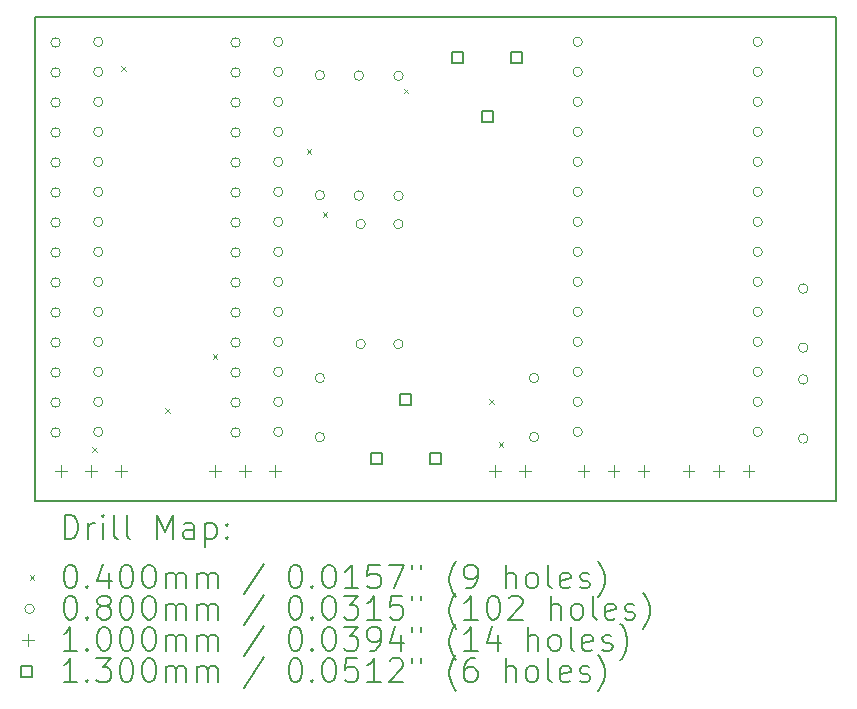
<source format=gbr>
%FSLAX45Y45*%
G04 Gerber Fmt 4.5, Leading zero omitted, Abs format (unit mm)*
G04 Created by KiCad (PCBNEW (6.0.5)) date 2023-10-24 22:30:12*
%MOMM*%
%LPD*%
G01*
G04 APERTURE LIST*
%TA.AperFunction,Profile*%
%ADD10C,0.150000*%
%TD*%
%ADD11C,0.200000*%
%ADD12C,0.040000*%
%ADD13C,0.080000*%
%ADD14C,0.100000*%
%ADD15C,0.130000*%
G04 APERTURE END LIST*
D10*
X10495280Y-8816340D02*
X17272000Y-8816340D01*
X17272000Y-8816340D02*
X17272000Y-12913360D01*
X17272000Y-12913360D02*
X10495280Y-12913360D01*
X10495280Y-12913360D02*
X10495280Y-8816340D01*
D11*
D12*
X10975640Y-12454650D02*
X11015640Y-12494650D01*
X11015640Y-12454650D02*
X10975640Y-12494650D01*
X11220510Y-9227400D02*
X11260510Y-9267400D01*
X11260510Y-9227400D02*
X11220510Y-9267400D01*
X11596360Y-12122830D02*
X11636360Y-12162830D01*
X11636360Y-12122830D02*
X11596360Y-12162830D01*
X11996940Y-11670580D02*
X12036940Y-11710580D01*
X12036940Y-11670580D02*
X11996940Y-11710580D01*
X12794570Y-9929870D02*
X12834570Y-9969870D01*
X12834570Y-9929870D02*
X12794570Y-9969870D01*
X12930350Y-10466660D02*
X12970350Y-10506660D01*
X12970350Y-10466660D02*
X12930350Y-10506660D01*
X13616110Y-9420360D02*
X13656110Y-9460360D01*
X13656110Y-9420360D02*
X13616110Y-9460360D01*
X14340700Y-12051580D02*
X14380700Y-12091580D01*
X14380700Y-12051580D02*
X14340700Y-12091580D01*
X14418400Y-12415850D02*
X14458400Y-12455850D01*
X14458400Y-12415850D02*
X14418400Y-12455850D01*
D13*
X10708000Y-9029700D02*
G75*
G03*
X10708000Y-9029700I-40000J0D01*
G01*
X10708000Y-9283700D02*
G75*
G03*
X10708000Y-9283700I-40000J0D01*
G01*
X10708000Y-9537700D02*
G75*
G03*
X10708000Y-9537700I-40000J0D01*
G01*
X10708000Y-9791700D02*
G75*
G03*
X10708000Y-9791700I-40000J0D01*
G01*
X10708000Y-10045700D02*
G75*
G03*
X10708000Y-10045700I-40000J0D01*
G01*
X10708000Y-10299700D02*
G75*
G03*
X10708000Y-10299700I-40000J0D01*
G01*
X10708000Y-10553700D02*
G75*
G03*
X10708000Y-10553700I-40000J0D01*
G01*
X10708000Y-10807700D02*
G75*
G03*
X10708000Y-10807700I-40000J0D01*
G01*
X10708000Y-11061700D02*
G75*
G03*
X10708000Y-11061700I-40000J0D01*
G01*
X10708000Y-11315700D02*
G75*
G03*
X10708000Y-11315700I-40000J0D01*
G01*
X10708000Y-11569700D02*
G75*
G03*
X10708000Y-11569700I-40000J0D01*
G01*
X10708000Y-11823700D02*
G75*
G03*
X10708000Y-11823700I-40000J0D01*
G01*
X10708000Y-12077700D02*
G75*
G03*
X10708000Y-12077700I-40000J0D01*
G01*
X10708000Y-12331700D02*
G75*
G03*
X10708000Y-12331700I-40000J0D01*
G01*
X11069180Y-9023580D02*
G75*
G03*
X11069180Y-9023580I-40000J0D01*
G01*
X11069180Y-9277580D02*
G75*
G03*
X11069180Y-9277580I-40000J0D01*
G01*
X11069180Y-9531580D02*
G75*
G03*
X11069180Y-9531580I-40000J0D01*
G01*
X11069180Y-9785580D02*
G75*
G03*
X11069180Y-9785580I-40000J0D01*
G01*
X11069180Y-10039580D02*
G75*
G03*
X11069180Y-10039580I-40000J0D01*
G01*
X11069180Y-10293580D02*
G75*
G03*
X11069180Y-10293580I-40000J0D01*
G01*
X11069180Y-10547580D02*
G75*
G03*
X11069180Y-10547580I-40000J0D01*
G01*
X11069180Y-10801580D02*
G75*
G03*
X11069180Y-10801580I-40000J0D01*
G01*
X11069180Y-11055580D02*
G75*
G03*
X11069180Y-11055580I-40000J0D01*
G01*
X11069180Y-11309580D02*
G75*
G03*
X11069180Y-11309580I-40000J0D01*
G01*
X11069180Y-11563580D02*
G75*
G03*
X11069180Y-11563580I-40000J0D01*
G01*
X11069180Y-11817580D02*
G75*
G03*
X11069180Y-11817580I-40000J0D01*
G01*
X11069180Y-12071580D02*
G75*
G03*
X11069180Y-12071580I-40000J0D01*
G01*
X11069180Y-12325580D02*
G75*
G03*
X11069180Y-12325580I-40000J0D01*
G01*
X12232000Y-9029700D02*
G75*
G03*
X12232000Y-9029700I-40000J0D01*
G01*
X12232000Y-9283700D02*
G75*
G03*
X12232000Y-9283700I-40000J0D01*
G01*
X12232000Y-9537700D02*
G75*
G03*
X12232000Y-9537700I-40000J0D01*
G01*
X12232000Y-9791700D02*
G75*
G03*
X12232000Y-9791700I-40000J0D01*
G01*
X12232000Y-10045700D02*
G75*
G03*
X12232000Y-10045700I-40000J0D01*
G01*
X12232000Y-10299700D02*
G75*
G03*
X12232000Y-10299700I-40000J0D01*
G01*
X12232000Y-10553700D02*
G75*
G03*
X12232000Y-10553700I-40000J0D01*
G01*
X12232000Y-10807700D02*
G75*
G03*
X12232000Y-10807700I-40000J0D01*
G01*
X12232000Y-11061700D02*
G75*
G03*
X12232000Y-11061700I-40000J0D01*
G01*
X12232000Y-11315700D02*
G75*
G03*
X12232000Y-11315700I-40000J0D01*
G01*
X12232000Y-11569700D02*
G75*
G03*
X12232000Y-11569700I-40000J0D01*
G01*
X12232000Y-11823700D02*
G75*
G03*
X12232000Y-11823700I-40000J0D01*
G01*
X12232000Y-12077700D02*
G75*
G03*
X12232000Y-12077700I-40000J0D01*
G01*
X12232000Y-12331700D02*
G75*
G03*
X12232000Y-12331700I-40000J0D01*
G01*
X12593180Y-9023580D02*
G75*
G03*
X12593180Y-9023580I-40000J0D01*
G01*
X12593180Y-9277580D02*
G75*
G03*
X12593180Y-9277580I-40000J0D01*
G01*
X12593180Y-9531580D02*
G75*
G03*
X12593180Y-9531580I-40000J0D01*
G01*
X12593180Y-9785580D02*
G75*
G03*
X12593180Y-9785580I-40000J0D01*
G01*
X12593180Y-10039580D02*
G75*
G03*
X12593180Y-10039580I-40000J0D01*
G01*
X12593180Y-10293580D02*
G75*
G03*
X12593180Y-10293580I-40000J0D01*
G01*
X12593180Y-10547580D02*
G75*
G03*
X12593180Y-10547580I-40000J0D01*
G01*
X12593180Y-10801580D02*
G75*
G03*
X12593180Y-10801580I-40000J0D01*
G01*
X12593180Y-11055580D02*
G75*
G03*
X12593180Y-11055580I-40000J0D01*
G01*
X12593180Y-11309580D02*
G75*
G03*
X12593180Y-11309580I-40000J0D01*
G01*
X12593180Y-11563580D02*
G75*
G03*
X12593180Y-11563580I-40000J0D01*
G01*
X12593180Y-11817580D02*
G75*
G03*
X12593180Y-11817580I-40000J0D01*
G01*
X12593180Y-12071580D02*
G75*
G03*
X12593180Y-12071580I-40000J0D01*
G01*
X12593180Y-12325580D02*
G75*
G03*
X12593180Y-12325580I-40000J0D01*
G01*
X12945740Y-9306560D02*
G75*
G03*
X12945740Y-9306560I-40000J0D01*
G01*
X12945740Y-10322560D02*
G75*
G03*
X12945740Y-10322560I-40000J0D01*
G01*
X12945740Y-11870880D02*
G75*
G03*
X12945740Y-11870880I-40000J0D01*
G01*
X12945740Y-12370880D02*
G75*
G03*
X12945740Y-12370880I-40000J0D01*
G01*
X13275940Y-9309100D02*
G75*
G03*
X13275940Y-9309100I-40000J0D01*
G01*
X13275940Y-10325100D02*
G75*
G03*
X13275940Y-10325100I-40000J0D01*
G01*
X13291180Y-10566400D02*
G75*
G03*
X13291180Y-10566400I-40000J0D01*
G01*
X13291180Y-11582400D02*
G75*
G03*
X13291180Y-11582400I-40000J0D01*
G01*
X13611220Y-9311100D02*
G75*
G03*
X13611220Y-9311100I-40000J0D01*
G01*
X13611220Y-10327100D02*
G75*
G03*
X13611220Y-10327100I-40000J0D01*
G01*
X13611220Y-10566400D02*
G75*
G03*
X13611220Y-10566400I-40000J0D01*
G01*
X13611220Y-11582400D02*
G75*
G03*
X13611220Y-11582400I-40000J0D01*
G01*
X14759300Y-11870880D02*
G75*
G03*
X14759300Y-11870880I-40000J0D01*
G01*
X14759300Y-12370880D02*
G75*
G03*
X14759300Y-12370880I-40000J0D01*
G01*
X15128100Y-9023580D02*
G75*
G03*
X15128100Y-9023580I-40000J0D01*
G01*
X15128100Y-9277580D02*
G75*
G03*
X15128100Y-9277580I-40000J0D01*
G01*
X15128100Y-9531580D02*
G75*
G03*
X15128100Y-9531580I-40000J0D01*
G01*
X15128100Y-9785580D02*
G75*
G03*
X15128100Y-9785580I-40000J0D01*
G01*
X15128100Y-10039580D02*
G75*
G03*
X15128100Y-10039580I-40000J0D01*
G01*
X15128100Y-10293580D02*
G75*
G03*
X15128100Y-10293580I-40000J0D01*
G01*
X15128100Y-10547580D02*
G75*
G03*
X15128100Y-10547580I-40000J0D01*
G01*
X15128100Y-10801580D02*
G75*
G03*
X15128100Y-10801580I-40000J0D01*
G01*
X15128100Y-11055580D02*
G75*
G03*
X15128100Y-11055580I-40000J0D01*
G01*
X15128100Y-11309580D02*
G75*
G03*
X15128100Y-11309580I-40000J0D01*
G01*
X15128100Y-11563580D02*
G75*
G03*
X15128100Y-11563580I-40000J0D01*
G01*
X15128100Y-11817580D02*
G75*
G03*
X15128100Y-11817580I-40000J0D01*
G01*
X15128100Y-12071580D02*
G75*
G03*
X15128100Y-12071580I-40000J0D01*
G01*
X15128100Y-12325580D02*
G75*
G03*
X15128100Y-12325580I-40000J0D01*
G01*
X16652100Y-9023580D02*
G75*
G03*
X16652100Y-9023580I-40000J0D01*
G01*
X16652100Y-9277580D02*
G75*
G03*
X16652100Y-9277580I-40000J0D01*
G01*
X16652100Y-9531580D02*
G75*
G03*
X16652100Y-9531580I-40000J0D01*
G01*
X16652100Y-9785580D02*
G75*
G03*
X16652100Y-9785580I-40000J0D01*
G01*
X16652100Y-10039580D02*
G75*
G03*
X16652100Y-10039580I-40000J0D01*
G01*
X16652100Y-10293580D02*
G75*
G03*
X16652100Y-10293580I-40000J0D01*
G01*
X16652100Y-10547580D02*
G75*
G03*
X16652100Y-10547580I-40000J0D01*
G01*
X16652100Y-10801580D02*
G75*
G03*
X16652100Y-10801580I-40000J0D01*
G01*
X16652100Y-11055580D02*
G75*
G03*
X16652100Y-11055580I-40000J0D01*
G01*
X16652100Y-11309580D02*
G75*
G03*
X16652100Y-11309580I-40000J0D01*
G01*
X16652100Y-11563580D02*
G75*
G03*
X16652100Y-11563580I-40000J0D01*
G01*
X16652100Y-11817580D02*
G75*
G03*
X16652100Y-11817580I-40000J0D01*
G01*
X16652100Y-12071580D02*
G75*
G03*
X16652100Y-12071580I-40000J0D01*
G01*
X16652100Y-12325580D02*
G75*
G03*
X16652100Y-12325580I-40000J0D01*
G01*
X17037680Y-11112880D02*
G75*
G03*
X17037680Y-11112880I-40000J0D01*
G01*
X17037680Y-11612880D02*
G75*
G03*
X17037680Y-11612880I-40000J0D01*
G01*
X17037680Y-11882500D02*
G75*
G03*
X17037680Y-11882500I-40000J0D01*
G01*
X17037680Y-12382500D02*
G75*
G03*
X17037680Y-12382500I-40000J0D01*
G01*
D14*
X10711180Y-12609360D02*
X10711180Y-12709360D01*
X10661180Y-12659360D02*
X10761180Y-12659360D01*
X10965180Y-12609360D02*
X10965180Y-12709360D01*
X10915180Y-12659360D02*
X11015180Y-12659360D01*
X11219180Y-12609360D02*
X11219180Y-12709360D01*
X11169180Y-12659360D02*
X11269180Y-12659360D01*
X12019280Y-12609360D02*
X12019280Y-12709360D01*
X11969280Y-12659360D02*
X12069280Y-12659360D01*
X12273280Y-12609360D02*
X12273280Y-12709360D01*
X12223280Y-12659360D02*
X12323280Y-12659360D01*
X12527280Y-12609360D02*
X12527280Y-12709360D01*
X12477280Y-12659360D02*
X12577280Y-12659360D01*
X14391140Y-12609360D02*
X14391140Y-12709360D01*
X14341140Y-12659360D02*
X14441140Y-12659360D01*
X14645140Y-12609360D02*
X14645140Y-12709360D01*
X14595140Y-12659360D02*
X14695140Y-12659360D01*
X15138400Y-12609360D02*
X15138400Y-12709360D01*
X15088400Y-12659360D02*
X15188400Y-12659360D01*
X15392400Y-12609360D02*
X15392400Y-12709360D01*
X15342400Y-12659360D02*
X15442400Y-12659360D01*
X15646400Y-12609360D02*
X15646400Y-12709360D01*
X15596400Y-12659360D02*
X15696400Y-12659360D01*
X16027400Y-12609360D02*
X16027400Y-12709360D01*
X15977400Y-12659360D02*
X16077400Y-12659360D01*
X16281400Y-12609360D02*
X16281400Y-12709360D01*
X16231400Y-12659360D02*
X16331400Y-12659360D01*
X16535400Y-12609360D02*
X16535400Y-12709360D01*
X16485400Y-12659360D02*
X16585400Y-12659360D01*
D15*
X13428182Y-12595322D02*
X13428182Y-12503398D01*
X13336258Y-12503398D01*
X13336258Y-12595322D01*
X13428182Y-12595322D01*
X13678182Y-12095322D02*
X13678182Y-12003398D01*
X13586258Y-12003398D01*
X13586258Y-12095322D01*
X13678182Y-12095322D01*
X13928182Y-12595322D02*
X13928182Y-12503398D01*
X13836258Y-12503398D01*
X13836258Y-12595322D01*
X13928182Y-12595322D01*
X14120102Y-9202662D02*
X14120102Y-9110738D01*
X14028178Y-9110738D01*
X14028178Y-9202662D01*
X14120102Y-9202662D01*
X14370102Y-9702662D02*
X14370102Y-9610738D01*
X14278178Y-9610738D01*
X14278178Y-9702662D01*
X14370102Y-9702662D01*
X14620102Y-9202662D02*
X14620102Y-9110738D01*
X14528178Y-9110738D01*
X14528178Y-9202662D01*
X14620102Y-9202662D01*
D11*
X10745399Y-13231336D02*
X10745399Y-13031336D01*
X10793018Y-13031336D01*
X10821590Y-13040860D01*
X10840637Y-13059908D01*
X10850161Y-13078955D01*
X10859685Y-13117050D01*
X10859685Y-13145622D01*
X10850161Y-13183717D01*
X10840637Y-13202765D01*
X10821590Y-13221812D01*
X10793018Y-13231336D01*
X10745399Y-13231336D01*
X10945399Y-13231336D02*
X10945399Y-13098003D01*
X10945399Y-13136098D02*
X10954923Y-13117050D01*
X10964447Y-13107527D01*
X10983494Y-13098003D01*
X11002542Y-13098003D01*
X11069209Y-13231336D02*
X11069209Y-13098003D01*
X11069209Y-13031336D02*
X11059685Y-13040860D01*
X11069209Y-13050384D01*
X11078732Y-13040860D01*
X11069209Y-13031336D01*
X11069209Y-13050384D01*
X11193018Y-13231336D02*
X11173970Y-13221812D01*
X11164447Y-13202765D01*
X11164447Y-13031336D01*
X11297780Y-13231336D02*
X11278732Y-13221812D01*
X11269208Y-13202765D01*
X11269208Y-13031336D01*
X11526351Y-13231336D02*
X11526351Y-13031336D01*
X11593018Y-13174193D01*
X11659685Y-13031336D01*
X11659685Y-13231336D01*
X11840637Y-13231336D02*
X11840637Y-13126574D01*
X11831113Y-13107527D01*
X11812066Y-13098003D01*
X11773970Y-13098003D01*
X11754923Y-13107527D01*
X11840637Y-13221812D02*
X11821589Y-13231336D01*
X11773970Y-13231336D01*
X11754923Y-13221812D01*
X11745399Y-13202765D01*
X11745399Y-13183717D01*
X11754923Y-13164669D01*
X11773970Y-13155146D01*
X11821589Y-13155146D01*
X11840637Y-13145622D01*
X11935875Y-13098003D02*
X11935875Y-13298003D01*
X11935875Y-13107527D02*
X11954923Y-13098003D01*
X11993018Y-13098003D01*
X12012066Y-13107527D01*
X12021589Y-13117050D01*
X12031113Y-13136098D01*
X12031113Y-13193241D01*
X12021589Y-13212288D01*
X12012066Y-13221812D01*
X11993018Y-13231336D01*
X11954923Y-13231336D01*
X11935875Y-13221812D01*
X12116828Y-13212288D02*
X12126351Y-13221812D01*
X12116828Y-13231336D01*
X12107304Y-13221812D01*
X12116828Y-13212288D01*
X12116828Y-13231336D01*
X12116828Y-13107527D02*
X12126351Y-13117050D01*
X12116828Y-13126574D01*
X12107304Y-13117050D01*
X12116828Y-13107527D01*
X12116828Y-13126574D01*
D12*
X10447780Y-13540860D02*
X10487780Y-13580860D01*
X10487780Y-13540860D02*
X10447780Y-13580860D01*
D11*
X10783494Y-13451336D02*
X10802542Y-13451336D01*
X10821590Y-13460860D01*
X10831113Y-13470384D01*
X10840637Y-13489431D01*
X10850161Y-13527527D01*
X10850161Y-13575146D01*
X10840637Y-13613241D01*
X10831113Y-13632288D01*
X10821590Y-13641812D01*
X10802542Y-13651336D01*
X10783494Y-13651336D01*
X10764447Y-13641812D01*
X10754923Y-13632288D01*
X10745399Y-13613241D01*
X10735875Y-13575146D01*
X10735875Y-13527527D01*
X10745399Y-13489431D01*
X10754923Y-13470384D01*
X10764447Y-13460860D01*
X10783494Y-13451336D01*
X10935875Y-13632288D02*
X10945399Y-13641812D01*
X10935875Y-13651336D01*
X10926351Y-13641812D01*
X10935875Y-13632288D01*
X10935875Y-13651336D01*
X11116828Y-13518003D02*
X11116828Y-13651336D01*
X11069209Y-13441812D02*
X11021590Y-13584669D01*
X11145399Y-13584669D01*
X11259685Y-13451336D02*
X11278732Y-13451336D01*
X11297780Y-13460860D01*
X11307304Y-13470384D01*
X11316828Y-13489431D01*
X11326351Y-13527527D01*
X11326351Y-13575146D01*
X11316828Y-13613241D01*
X11307304Y-13632288D01*
X11297780Y-13641812D01*
X11278732Y-13651336D01*
X11259685Y-13651336D01*
X11240637Y-13641812D01*
X11231113Y-13632288D01*
X11221589Y-13613241D01*
X11212066Y-13575146D01*
X11212066Y-13527527D01*
X11221589Y-13489431D01*
X11231113Y-13470384D01*
X11240637Y-13460860D01*
X11259685Y-13451336D01*
X11450161Y-13451336D02*
X11469208Y-13451336D01*
X11488256Y-13460860D01*
X11497780Y-13470384D01*
X11507304Y-13489431D01*
X11516828Y-13527527D01*
X11516828Y-13575146D01*
X11507304Y-13613241D01*
X11497780Y-13632288D01*
X11488256Y-13641812D01*
X11469208Y-13651336D01*
X11450161Y-13651336D01*
X11431113Y-13641812D01*
X11421589Y-13632288D01*
X11412066Y-13613241D01*
X11402542Y-13575146D01*
X11402542Y-13527527D01*
X11412066Y-13489431D01*
X11421589Y-13470384D01*
X11431113Y-13460860D01*
X11450161Y-13451336D01*
X11602542Y-13651336D02*
X11602542Y-13518003D01*
X11602542Y-13537050D02*
X11612066Y-13527527D01*
X11631113Y-13518003D01*
X11659685Y-13518003D01*
X11678732Y-13527527D01*
X11688256Y-13546574D01*
X11688256Y-13651336D01*
X11688256Y-13546574D02*
X11697780Y-13527527D01*
X11716828Y-13518003D01*
X11745399Y-13518003D01*
X11764447Y-13527527D01*
X11773970Y-13546574D01*
X11773970Y-13651336D01*
X11869208Y-13651336D02*
X11869208Y-13518003D01*
X11869208Y-13537050D02*
X11878732Y-13527527D01*
X11897780Y-13518003D01*
X11926351Y-13518003D01*
X11945399Y-13527527D01*
X11954923Y-13546574D01*
X11954923Y-13651336D01*
X11954923Y-13546574D02*
X11964447Y-13527527D01*
X11983494Y-13518003D01*
X12012066Y-13518003D01*
X12031113Y-13527527D01*
X12040637Y-13546574D01*
X12040637Y-13651336D01*
X12431113Y-13441812D02*
X12259685Y-13698955D01*
X12688256Y-13451336D02*
X12707304Y-13451336D01*
X12726351Y-13460860D01*
X12735875Y-13470384D01*
X12745399Y-13489431D01*
X12754923Y-13527527D01*
X12754923Y-13575146D01*
X12745399Y-13613241D01*
X12735875Y-13632288D01*
X12726351Y-13641812D01*
X12707304Y-13651336D01*
X12688256Y-13651336D01*
X12669208Y-13641812D01*
X12659685Y-13632288D01*
X12650161Y-13613241D01*
X12640637Y-13575146D01*
X12640637Y-13527527D01*
X12650161Y-13489431D01*
X12659685Y-13470384D01*
X12669208Y-13460860D01*
X12688256Y-13451336D01*
X12840637Y-13632288D02*
X12850161Y-13641812D01*
X12840637Y-13651336D01*
X12831113Y-13641812D01*
X12840637Y-13632288D01*
X12840637Y-13651336D01*
X12973970Y-13451336D02*
X12993018Y-13451336D01*
X13012066Y-13460860D01*
X13021589Y-13470384D01*
X13031113Y-13489431D01*
X13040637Y-13527527D01*
X13040637Y-13575146D01*
X13031113Y-13613241D01*
X13021589Y-13632288D01*
X13012066Y-13641812D01*
X12993018Y-13651336D01*
X12973970Y-13651336D01*
X12954923Y-13641812D01*
X12945399Y-13632288D01*
X12935875Y-13613241D01*
X12926351Y-13575146D01*
X12926351Y-13527527D01*
X12935875Y-13489431D01*
X12945399Y-13470384D01*
X12954923Y-13460860D01*
X12973970Y-13451336D01*
X13231113Y-13651336D02*
X13116828Y-13651336D01*
X13173970Y-13651336D02*
X13173970Y-13451336D01*
X13154923Y-13479908D01*
X13135875Y-13498955D01*
X13116828Y-13508479D01*
X13412066Y-13451336D02*
X13316828Y-13451336D01*
X13307304Y-13546574D01*
X13316828Y-13537050D01*
X13335875Y-13527527D01*
X13383494Y-13527527D01*
X13402542Y-13537050D01*
X13412066Y-13546574D01*
X13421589Y-13565622D01*
X13421589Y-13613241D01*
X13412066Y-13632288D01*
X13402542Y-13641812D01*
X13383494Y-13651336D01*
X13335875Y-13651336D01*
X13316828Y-13641812D01*
X13307304Y-13632288D01*
X13488256Y-13451336D02*
X13621589Y-13451336D01*
X13535875Y-13651336D01*
X13688256Y-13451336D02*
X13688256Y-13489431D01*
X13764447Y-13451336D02*
X13764447Y-13489431D01*
X14059685Y-13727527D02*
X14050161Y-13718003D01*
X14031113Y-13689431D01*
X14021589Y-13670384D01*
X14012066Y-13641812D01*
X14002542Y-13594193D01*
X14002542Y-13556098D01*
X14012066Y-13508479D01*
X14021589Y-13479908D01*
X14031113Y-13460860D01*
X14050161Y-13432288D01*
X14059685Y-13422765D01*
X14145399Y-13651336D02*
X14183494Y-13651336D01*
X14202542Y-13641812D01*
X14212066Y-13632288D01*
X14231113Y-13603717D01*
X14240637Y-13565622D01*
X14240637Y-13489431D01*
X14231113Y-13470384D01*
X14221589Y-13460860D01*
X14202542Y-13451336D01*
X14164447Y-13451336D01*
X14145399Y-13460860D01*
X14135875Y-13470384D01*
X14126351Y-13489431D01*
X14126351Y-13537050D01*
X14135875Y-13556098D01*
X14145399Y-13565622D01*
X14164447Y-13575146D01*
X14202542Y-13575146D01*
X14221589Y-13565622D01*
X14231113Y-13556098D01*
X14240637Y-13537050D01*
X14478732Y-13651336D02*
X14478732Y-13451336D01*
X14564447Y-13651336D02*
X14564447Y-13546574D01*
X14554923Y-13527527D01*
X14535875Y-13518003D01*
X14507304Y-13518003D01*
X14488256Y-13527527D01*
X14478732Y-13537050D01*
X14688256Y-13651336D02*
X14669208Y-13641812D01*
X14659685Y-13632288D01*
X14650161Y-13613241D01*
X14650161Y-13556098D01*
X14659685Y-13537050D01*
X14669208Y-13527527D01*
X14688256Y-13518003D01*
X14716828Y-13518003D01*
X14735875Y-13527527D01*
X14745399Y-13537050D01*
X14754923Y-13556098D01*
X14754923Y-13613241D01*
X14745399Y-13632288D01*
X14735875Y-13641812D01*
X14716828Y-13651336D01*
X14688256Y-13651336D01*
X14869208Y-13651336D02*
X14850161Y-13641812D01*
X14840637Y-13622765D01*
X14840637Y-13451336D01*
X15021589Y-13641812D02*
X15002542Y-13651336D01*
X14964447Y-13651336D01*
X14945399Y-13641812D01*
X14935875Y-13622765D01*
X14935875Y-13546574D01*
X14945399Y-13527527D01*
X14964447Y-13518003D01*
X15002542Y-13518003D01*
X15021589Y-13527527D01*
X15031113Y-13546574D01*
X15031113Y-13565622D01*
X14935875Y-13584669D01*
X15107304Y-13641812D02*
X15126351Y-13651336D01*
X15164447Y-13651336D01*
X15183494Y-13641812D01*
X15193018Y-13622765D01*
X15193018Y-13613241D01*
X15183494Y-13594193D01*
X15164447Y-13584669D01*
X15135875Y-13584669D01*
X15116828Y-13575146D01*
X15107304Y-13556098D01*
X15107304Y-13546574D01*
X15116828Y-13527527D01*
X15135875Y-13518003D01*
X15164447Y-13518003D01*
X15183494Y-13527527D01*
X15259685Y-13727527D02*
X15269208Y-13718003D01*
X15288256Y-13689431D01*
X15297780Y-13670384D01*
X15307304Y-13641812D01*
X15316828Y-13594193D01*
X15316828Y-13556098D01*
X15307304Y-13508479D01*
X15297780Y-13479908D01*
X15288256Y-13460860D01*
X15269208Y-13432288D01*
X15259685Y-13422765D01*
D13*
X10487780Y-13824860D02*
G75*
G03*
X10487780Y-13824860I-40000J0D01*
G01*
D11*
X10783494Y-13715336D02*
X10802542Y-13715336D01*
X10821590Y-13724860D01*
X10831113Y-13734384D01*
X10840637Y-13753431D01*
X10850161Y-13791527D01*
X10850161Y-13839146D01*
X10840637Y-13877241D01*
X10831113Y-13896288D01*
X10821590Y-13905812D01*
X10802542Y-13915336D01*
X10783494Y-13915336D01*
X10764447Y-13905812D01*
X10754923Y-13896288D01*
X10745399Y-13877241D01*
X10735875Y-13839146D01*
X10735875Y-13791527D01*
X10745399Y-13753431D01*
X10754923Y-13734384D01*
X10764447Y-13724860D01*
X10783494Y-13715336D01*
X10935875Y-13896288D02*
X10945399Y-13905812D01*
X10935875Y-13915336D01*
X10926351Y-13905812D01*
X10935875Y-13896288D01*
X10935875Y-13915336D01*
X11059685Y-13801050D02*
X11040637Y-13791527D01*
X11031113Y-13782003D01*
X11021590Y-13762955D01*
X11021590Y-13753431D01*
X11031113Y-13734384D01*
X11040637Y-13724860D01*
X11059685Y-13715336D01*
X11097780Y-13715336D01*
X11116828Y-13724860D01*
X11126351Y-13734384D01*
X11135875Y-13753431D01*
X11135875Y-13762955D01*
X11126351Y-13782003D01*
X11116828Y-13791527D01*
X11097780Y-13801050D01*
X11059685Y-13801050D01*
X11040637Y-13810574D01*
X11031113Y-13820098D01*
X11021590Y-13839146D01*
X11021590Y-13877241D01*
X11031113Y-13896288D01*
X11040637Y-13905812D01*
X11059685Y-13915336D01*
X11097780Y-13915336D01*
X11116828Y-13905812D01*
X11126351Y-13896288D01*
X11135875Y-13877241D01*
X11135875Y-13839146D01*
X11126351Y-13820098D01*
X11116828Y-13810574D01*
X11097780Y-13801050D01*
X11259685Y-13715336D02*
X11278732Y-13715336D01*
X11297780Y-13724860D01*
X11307304Y-13734384D01*
X11316828Y-13753431D01*
X11326351Y-13791527D01*
X11326351Y-13839146D01*
X11316828Y-13877241D01*
X11307304Y-13896288D01*
X11297780Y-13905812D01*
X11278732Y-13915336D01*
X11259685Y-13915336D01*
X11240637Y-13905812D01*
X11231113Y-13896288D01*
X11221589Y-13877241D01*
X11212066Y-13839146D01*
X11212066Y-13791527D01*
X11221589Y-13753431D01*
X11231113Y-13734384D01*
X11240637Y-13724860D01*
X11259685Y-13715336D01*
X11450161Y-13715336D02*
X11469208Y-13715336D01*
X11488256Y-13724860D01*
X11497780Y-13734384D01*
X11507304Y-13753431D01*
X11516828Y-13791527D01*
X11516828Y-13839146D01*
X11507304Y-13877241D01*
X11497780Y-13896288D01*
X11488256Y-13905812D01*
X11469208Y-13915336D01*
X11450161Y-13915336D01*
X11431113Y-13905812D01*
X11421589Y-13896288D01*
X11412066Y-13877241D01*
X11402542Y-13839146D01*
X11402542Y-13791527D01*
X11412066Y-13753431D01*
X11421589Y-13734384D01*
X11431113Y-13724860D01*
X11450161Y-13715336D01*
X11602542Y-13915336D02*
X11602542Y-13782003D01*
X11602542Y-13801050D02*
X11612066Y-13791527D01*
X11631113Y-13782003D01*
X11659685Y-13782003D01*
X11678732Y-13791527D01*
X11688256Y-13810574D01*
X11688256Y-13915336D01*
X11688256Y-13810574D02*
X11697780Y-13791527D01*
X11716828Y-13782003D01*
X11745399Y-13782003D01*
X11764447Y-13791527D01*
X11773970Y-13810574D01*
X11773970Y-13915336D01*
X11869208Y-13915336D02*
X11869208Y-13782003D01*
X11869208Y-13801050D02*
X11878732Y-13791527D01*
X11897780Y-13782003D01*
X11926351Y-13782003D01*
X11945399Y-13791527D01*
X11954923Y-13810574D01*
X11954923Y-13915336D01*
X11954923Y-13810574D02*
X11964447Y-13791527D01*
X11983494Y-13782003D01*
X12012066Y-13782003D01*
X12031113Y-13791527D01*
X12040637Y-13810574D01*
X12040637Y-13915336D01*
X12431113Y-13705812D02*
X12259685Y-13962955D01*
X12688256Y-13715336D02*
X12707304Y-13715336D01*
X12726351Y-13724860D01*
X12735875Y-13734384D01*
X12745399Y-13753431D01*
X12754923Y-13791527D01*
X12754923Y-13839146D01*
X12745399Y-13877241D01*
X12735875Y-13896288D01*
X12726351Y-13905812D01*
X12707304Y-13915336D01*
X12688256Y-13915336D01*
X12669208Y-13905812D01*
X12659685Y-13896288D01*
X12650161Y-13877241D01*
X12640637Y-13839146D01*
X12640637Y-13791527D01*
X12650161Y-13753431D01*
X12659685Y-13734384D01*
X12669208Y-13724860D01*
X12688256Y-13715336D01*
X12840637Y-13896288D02*
X12850161Y-13905812D01*
X12840637Y-13915336D01*
X12831113Y-13905812D01*
X12840637Y-13896288D01*
X12840637Y-13915336D01*
X12973970Y-13715336D02*
X12993018Y-13715336D01*
X13012066Y-13724860D01*
X13021589Y-13734384D01*
X13031113Y-13753431D01*
X13040637Y-13791527D01*
X13040637Y-13839146D01*
X13031113Y-13877241D01*
X13021589Y-13896288D01*
X13012066Y-13905812D01*
X12993018Y-13915336D01*
X12973970Y-13915336D01*
X12954923Y-13905812D01*
X12945399Y-13896288D01*
X12935875Y-13877241D01*
X12926351Y-13839146D01*
X12926351Y-13791527D01*
X12935875Y-13753431D01*
X12945399Y-13734384D01*
X12954923Y-13724860D01*
X12973970Y-13715336D01*
X13107304Y-13715336D02*
X13231113Y-13715336D01*
X13164447Y-13791527D01*
X13193018Y-13791527D01*
X13212066Y-13801050D01*
X13221589Y-13810574D01*
X13231113Y-13829622D01*
X13231113Y-13877241D01*
X13221589Y-13896288D01*
X13212066Y-13905812D01*
X13193018Y-13915336D01*
X13135875Y-13915336D01*
X13116828Y-13905812D01*
X13107304Y-13896288D01*
X13421589Y-13915336D02*
X13307304Y-13915336D01*
X13364447Y-13915336D02*
X13364447Y-13715336D01*
X13345399Y-13743908D01*
X13326351Y-13762955D01*
X13307304Y-13772479D01*
X13602542Y-13715336D02*
X13507304Y-13715336D01*
X13497780Y-13810574D01*
X13507304Y-13801050D01*
X13526351Y-13791527D01*
X13573970Y-13791527D01*
X13593018Y-13801050D01*
X13602542Y-13810574D01*
X13612066Y-13829622D01*
X13612066Y-13877241D01*
X13602542Y-13896288D01*
X13593018Y-13905812D01*
X13573970Y-13915336D01*
X13526351Y-13915336D01*
X13507304Y-13905812D01*
X13497780Y-13896288D01*
X13688256Y-13715336D02*
X13688256Y-13753431D01*
X13764447Y-13715336D02*
X13764447Y-13753431D01*
X14059685Y-13991527D02*
X14050161Y-13982003D01*
X14031113Y-13953431D01*
X14021589Y-13934384D01*
X14012066Y-13905812D01*
X14002542Y-13858193D01*
X14002542Y-13820098D01*
X14012066Y-13772479D01*
X14021589Y-13743908D01*
X14031113Y-13724860D01*
X14050161Y-13696288D01*
X14059685Y-13686765D01*
X14240637Y-13915336D02*
X14126351Y-13915336D01*
X14183494Y-13915336D02*
X14183494Y-13715336D01*
X14164447Y-13743908D01*
X14145399Y-13762955D01*
X14126351Y-13772479D01*
X14364447Y-13715336D02*
X14383494Y-13715336D01*
X14402542Y-13724860D01*
X14412066Y-13734384D01*
X14421589Y-13753431D01*
X14431113Y-13791527D01*
X14431113Y-13839146D01*
X14421589Y-13877241D01*
X14412066Y-13896288D01*
X14402542Y-13905812D01*
X14383494Y-13915336D01*
X14364447Y-13915336D01*
X14345399Y-13905812D01*
X14335875Y-13896288D01*
X14326351Y-13877241D01*
X14316828Y-13839146D01*
X14316828Y-13791527D01*
X14326351Y-13753431D01*
X14335875Y-13734384D01*
X14345399Y-13724860D01*
X14364447Y-13715336D01*
X14507304Y-13734384D02*
X14516828Y-13724860D01*
X14535875Y-13715336D01*
X14583494Y-13715336D01*
X14602542Y-13724860D01*
X14612066Y-13734384D01*
X14621589Y-13753431D01*
X14621589Y-13772479D01*
X14612066Y-13801050D01*
X14497780Y-13915336D01*
X14621589Y-13915336D01*
X14859685Y-13915336D02*
X14859685Y-13715336D01*
X14945399Y-13915336D02*
X14945399Y-13810574D01*
X14935875Y-13791527D01*
X14916828Y-13782003D01*
X14888256Y-13782003D01*
X14869208Y-13791527D01*
X14859685Y-13801050D01*
X15069208Y-13915336D02*
X15050161Y-13905812D01*
X15040637Y-13896288D01*
X15031113Y-13877241D01*
X15031113Y-13820098D01*
X15040637Y-13801050D01*
X15050161Y-13791527D01*
X15069208Y-13782003D01*
X15097780Y-13782003D01*
X15116828Y-13791527D01*
X15126351Y-13801050D01*
X15135875Y-13820098D01*
X15135875Y-13877241D01*
X15126351Y-13896288D01*
X15116828Y-13905812D01*
X15097780Y-13915336D01*
X15069208Y-13915336D01*
X15250161Y-13915336D02*
X15231113Y-13905812D01*
X15221589Y-13886765D01*
X15221589Y-13715336D01*
X15402542Y-13905812D02*
X15383494Y-13915336D01*
X15345399Y-13915336D01*
X15326351Y-13905812D01*
X15316828Y-13886765D01*
X15316828Y-13810574D01*
X15326351Y-13791527D01*
X15345399Y-13782003D01*
X15383494Y-13782003D01*
X15402542Y-13791527D01*
X15412066Y-13810574D01*
X15412066Y-13829622D01*
X15316828Y-13848669D01*
X15488256Y-13905812D02*
X15507304Y-13915336D01*
X15545399Y-13915336D01*
X15564447Y-13905812D01*
X15573970Y-13886765D01*
X15573970Y-13877241D01*
X15564447Y-13858193D01*
X15545399Y-13848669D01*
X15516828Y-13848669D01*
X15497780Y-13839146D01*
X15488256Y-13820098D01*
X15488256Y-13810574D01*
X15497780Y-13791527D01*
X15516828Y-13782003D01*
X15545399Y-13782003D01*
X15564447Y-13791527D01*
X15640637Y-13991527D02*
X15650161Y-13982003D01*
X15669208Y-13953431D01*
X15678732Y-13934384D01*
X15688256Y-13905812D01*
X15697780Y-13858193D01*
X15697780Y-13820098D01*
X15688256Y-13772479D01*
X15678732Y-13743908D01*
X15669208Y-13724860D01*
X15650161Y-13696288D01*
X15640637Y-13686765D01*
D14*
X10437780Y-14038860D02*
X10437780Y-14138860D01*
X10387780Y-14088860D02*
X10487780Y-14088860D01*
D11*
X10850161Y-14179336D02*
X10735875Y-14179336D01*
X10793018Y-14179336D02*
X10793018Y-13979336D01*
X10773970Y-14007908D01*
X10754923Y-14026955D01*
X10735875Y-14036479D01*
X10935875Y-14160288D02*
X10945399Y-14169812D01*
X10935875Y-14179336D01*
X10926351Y-14169812D01*
X10935875Y-14160288D01*
X10935875Y-14179336D01*
X11069209Y-13979336D02*
X11088256Y-13979336D01*
X11107304Y-13988860D01*
X11116828Y-13998384D01*
X11126351Y-14017431D01*
X11135875Y-14055527D01*
X11135875Y-14103146D01*
X11126351Y-14141241D01*
X11116828Y-14160288D01*
X11107304Y-14169812D01*
X11088256Y-14179336D01*
X11069209Y-14179336D01*
X11050161Y-14169812D01*
X11040637Y-14160288D01*
X11031113Y-14141241D01*
X11021590Y-14103146D01*
X11021590Y-14055527D01*
X11031113Y-14017431D01*
X11040637Y-13998384D01*
X11050161Y-13988860D01*
X11069209Y-13979336D01*
X11259685Y-13979336D02*
X11278732Y-13979336D01*
X11297780Y-13988860D01*
X11307304Y-13998384D01*
X11316828Y-14017431D01*
X11326351Y-14055527D01*
X11326351Y-14103146D01*
X11316828Y-14141241D01*
X11307304Y-14160288D01*
X11297780Y-14169812D01*
X11278732Y-14179336D01*
X11259685Y-14179336D01*
X11240637Y-14169812D01*
X11231113Y-14160288D01*
X11221589Y-14141241D01*
X11212066Y-14103146D01*
X11212066Y-14055527D01*
X11221589Y-14017431D01*
X11231113Y-13998384D01*
X11240637Y-13988860D01*
X11259685Y-13979336D01*
X11450161Y-13979336D02*
X11469208Y-13979336D01*
X11488256Y-13988860D01*
X11497780Y-13998384D01*
X11507304Y-14017431D01*
X11516828Y-14055527D01*
X11516828Y-14103146D01*
X11507304Y-14141241D01*
X11497780Y-14160288D01*
X11488256Y-14169812D01*
X11469208Y-14179336D01*
X11450161Y-14179336D01*
X11431113Y-14169812D01*
X11421589Y-14160288D01*
X11412066Y-14141241D01*
X11402542Y-14103146D01*
X11402542Y-14055527D01*
X11412066Y-14017431D01*
X11421589Y-13998384D01*
X11431113Y-13988860D01*
X11450161Y-13979336D01*
X11602542Y-14179336D02*
X11602542Y-14046003D01*
X11602542Y-14065050D02*
X11612066Y-14055527D01*
X11631113Y-14046003D01*
X11659685Y-14046003D01*
X11678732Y-14055527D01*
X11688256Y-14074574D01*
X11688256Y-14179336D01*
X11688256Y-14074574D02*
X11697780Y-14055527D01*
X11716828Y-14046003D01*
X11745399Y-14046003D01*
X11764447Y-14055527D01*
X11773970Y-14074574D01*
X11773970Y-14179336D01*
X11869208Y-14179336D02*
X11869208Y-14046003D01*
X11869208Y-14065050D02*
X11878732Y-14055527D01*
X11897780Y-14046003D01*
X11926351Y-14046003D01*
X11945399Y-14055527D01*
X11954923Y-14074574D01*
X11954923Y-14179336D01*
X11954923Y-14074574D02*
X11964447Y-14055527D01*
X11983494Y-14046003D01*
X12012066Y-14046003D01*
X12031113Y-14055527D01*
X12040637Y-14074574D01*
X12040637Y-14179336D01*
X12431113Y-13969812D02*
X12259685Y-14226955D01*
X12688256Y-13979336D02*
X12707304Y-13979336D01*
X12726351Y-13988860D01*
X12735875Y-13998384D01*
X12745399Y-14017431D01*
X12754923Y-14055527D01*
X12754923Y-14103146D01*
X12745399Y-14141241D01*
X12735875Y-14160288D01*
X12726351Y-14169812D01*
X12707304Y-14179336D01*
X12688256Y-14179336D01*
X12669208Y-14169812D01*
X12659685Y-14160288D01*
X12650161Y-14141241D01*
X12640637Y-14103146D01*
X12640637Y-14055527D01*
X12650161Y-14017431D01*
X12659685Y-13998384D01*
X12669208Y-13988860D01*
X12688256Y-13979336D01*
X12840637Y-14160288D02*
X12850161Y-14169812D01*
X12840637Y-14179336D01*
X12831113Y-14169812D01*
X12840637Y-14160288D01*
X12840637Y-14179336D01*
X12973970Y-13979336D02*
X12993018Y-13979336D01*
X13012066Y-13988860D01*
X13021589Y-13998384D01*
X13031113Y-14017431D01*
X13040637Y-14055527D01*
X13040637Y-14103146D01*
X13031113Y-14141241D01*
X13021589Y-14160288D01*
X13012066Y-14169812D01*
X12993018Y-14179336D01*
X12973970Y-14179336D01*
X12954923Y-14169812D01*
X12945399Y-14160288D01*
X12935875Y-14141241D01*
X12926351Y-14103146D01*
X12926351Y-14055527D01*
X12935875Y-14017431D01*
X12945399Y-13998384D01*
X12954923Y-13988860D01*
X12973970Y-13979336D01*
X13107304Y-13979336D02*
X13231113Y-13979336D01*
X13164447Y-14055527D01*
X13193018Y-14055527D01*
X13212066Y-14065050D01*
X13221589Y-14074574D01*
X13231113Y-14093622D01*
X13231113Y-14141241D01*
X13221589Y-14160288D01*
X13212066Y-14169812D01*
X13193018Y-14179336D01*
X13135875Y-14179336D01*
X13116828Y-14169812D01*
X13107304Y-14160288D01*
X13326351Y-14179336D02*
X13364447Y-14179336D01*
X13383494Y-14169812D01*
X13393018Y-14160288D01*
X13412066Y-14131717D01*
X13421589Y-14093622D01*
X13421589Y-14017431D01*
X13412066Y-13998384D01*
X13402542Y-13988860D01*
X13383494Y-13979336D01*
X13345399Y-13979336D01*
X13326351Y-13988860D01*
X13316828Y-13998384D01*
X13307304Y-14017431D01*
X13307304Y-14065050D01*
X13316828Y-14084098D01*
X13326351Y-14093622D01*
X13345399Y-14103146D01*
X13383494Y-14103146D01*
X13402542Y-14093622D01*
X13412066Y-14084098D01*
X13421589Y-14065050D01*
X13593018Y-14046003D02*
X13593018Y-14179336D01*
X13545399Y-13969812D02*
X13497780Y-14112669D01*
X13621589Y-14112669D01*
X13688256Y-13979336D02*
X13688256Y-14017431D01*
X13764447Y-13979336D02*
X13764447Y-14017431D01*
X14059685Y-14255527D02*
X14050161Y-14246003D01*
X14031113Y-14217431D01*
X14021589Y-14198384D01*
X14012066Y-14169812D01*
X14002542Y-14122193D01*
X14002542Y-14084098D01*
X14012066Y-14036479D01*
X14021589Y-14007908D01*
X14031113Y-13988860D01*
X14050161Y-13960288D01*
X14059685Y-13950765D01*
X14240637Y-14179336D02*
X14126351Y-14179336D01*
X14183494Y-14179336D02*
X14183494Y-13979336D01*
X14164447Y-14007908D01*
X14145399Y-14026955D01*
X14126351Y-14036479D01*
X14412066Y-14046003D02*
X14412066Y-14179336D01*
X14364447Y-13969812D02*
X14316828Y-14112669D01*
X14440637Y-14112669D01*
X14669208Y-14179336D02*
X14669208Y-13979336D01*
X14754923Y-14179336D02*
X14754923Y-14074574D01*
X14745399Y-14055527D01*
X14726351Y-14046003D01*
X14697780Y-14046003D01*
X14678732Y-14055527D01*
X14669208Y-14065050D01*
X14878732Y-14179336D02*
X14859685Y-14169812D01*
X14850161Y-14160288D01*
X14840637Y-14141241D01*
X14840637Y-14084098D01*
X14850161Y-14065050D01*
X14859685Y-14055527D01*
X14878732Y-14046003D01*
X14907304Y-14046003D01*
X14926351Y-14055527D01*
X14935875Y-14065050D01*
X14945399Y-14084098D01*
X14945399Y-14141241D01*
X14935875Y-14160288D01*
X14926351Y-14169812D01*
X14907304Y-14179336D01*
X14878732Y-14179336D01*
X15059685Y-14179336D02*
X15040637Y-14169812D01*
X15031113Y-14150765D01*
X15031113Y-13979336D01*
X15212066Y-14169812D02*
X15193018Y-14179336D01*
X15154923Y-14179336D01*
X15135875Y-14169812D01*
X15126351Y-14150765D01*
X15126351Y-14074574D01*
X15135875Y-14055527D01*
X15154923Y-14046003D01*
X15193018Y-14046003D01*
X15212066Y-14055527D01*
X15221589Y-14074574D01*
X15221589Y-14093622D01*
X15126351Y-14112669D01*
X15297780Y-14169812D02*
X15316828Y-14179336D01*
X15354923Y-14179336D01*
X15373970Y-14169812D01*
X15383494Y-14150765D01*
X15383494Y-14141241D01*
X15373970Y-14122193D01*
X15354923Y-14112669D01*
X15326351Y-14112669D01*
X15307304Y-14103146D01*
X15297780Y-14084098D01*
X15297780Y-14074574D01*
X15307304Y-14055527D01*
X15326351Y-14046003D01*
X15354923Y-14046003D01*
X15373970Y-14055527D01*
X15450161Y-14255527D02*
X15459685Y-14246003D01*
X15478732Y-14217431D01*
X15488256Y-14198384D01*
X15497780Y-14169812D01*
X15507304Y-14122193D01*
X15507304Y-14084098D01*
X15497780Y-14036479D01*
X15488256Y-14007908D01*
X15478732Y-13988860D01*
X15459685Y-13960288D01*
X15450161Y-13950765D01*
D15*
X10468742Y-14398822D02*
X10468742Y-14306898D01*
X10376818Y-14306898D01*
X10376818Y-14398822D01*
X10468742Y-14398822D01*
D11*
X10850161Y-14443336D02*
X10735875Y-14443336D01*
X10793018Y-14443336D02*
X10793018Y-14243336D01*
X10773970Y-14271908D01*
X10754923Y-14290955D01*
X10735875Y-14300479D01*
X10935875Y-14424288D02*
X10945399Y-14433812D01*
X10935875Y-14443336D01*
X10926351Y-14433812D01*
X10935875Y-14424288D01*
X10935875Y-14443336D01*
X11012066Y-14243336D02*
X11135875Y-14243336D01*
X11069209Y-14319527D01*
X11097780Y-14319527D01*
X11116828Y-14329050D01*
X11126351Y-14338574D01*
X11135875Y-14357622D01*
X11135875Y-14405241D01*
X11126351Y-14424288D01*
X11116828Y-14433812D01*
X11097780Y-14443336D01*
X11040637Y-14443336D01*
X11021590Y-14433812D01*
X11012066Y-14424288D01*
X11259685Y-14243336D02*
X11278732Y-14243336D01*
X11297780Y-14252860D01*
X11307304Y-14262384D01*
X11316828Y-14281431D01*
X11326351Y-14319527D01*
X11326351Y-14367146D01*
X11316828Y-14405241D01*
X11307304Y-14424288D01*
X11297780Y-14433812D01*
X11278732Y-14443336D01*
X11259685Y-14443336D01*
X11240637Y-14433812D01*
X11231113Y-14424288D01*
X11221589Y-14405241D01*
X11212066Y-14367146D01*
X11212066Y-14319527D01*
X11221589Y-14281431D01*
X11231113Y-14262384D01*
X11240637Y-14252860D01*
X11259685Y-14243336D01*
X11450161Y-14243336D02*
X11469208Y-14243336D01*
X11488256Y-14252860D01*
X11497780Y-14262384D01*
X11507304Y-14281431D01*
X11516828Y-14319527D01*
X11516828Y-14367146D01*
X11507304Y-14405241D01*
X11497780Y-14424288D01*
X11488256Y-14433812D01*
X11469208Y-14443336D01*
X11450161Y-14443336D01*
X11431113Y-14433812D01*
X11421589Y-14424288D01*
X11412066Y-14405241D01*
X11402542Y-14367146D01*
X11402542Y-14319527D01*
X11412066Y-14281431D01*
X11421589Y-14262384D01*
X11431113Y-14252860D01*
X11450161Y-14243336D01*
X11602542Y-14443336D02*
X11602542Y-14310003D01*
X11602542Y-14329050D02*
X11612066Y-14319527D01*
X11631113Y-14310003D01*
X11659685Y-14310003D01*
X11678732Y-14319527D01*
X11688256Y-14338574D01*
X11688256Y-14443336D01*
X11688256Y-14338574D02*
X11697780Y-14319527D01*
X11716828Y-14310003D01*
X11745399Y-14310003D01*
X11764447Y-14319527D01*
X11773970Y-14338574D01*
X11773970Y-14443336D01*
X11869208Y-14443336D02*
X11869208Y-14310003D01*
X11869208Y-14329050D02*
X11878732Y-14319527D01*
X11897780Y-14310003D01*
X11926351Y-14310003D01*
X11945399Y-14319527D01*
X11954923Y-14338574D01*
X11954923Y-14443336D01*
X11954923Y-14338574D02*
X11964447Y-14319527D01*
X11983494Y-14310003D01*
X12012066Y-14310003D01*
X12031113Y-14319527D01*
X12040637Y-14338574D01*
X12040637Y-14443336D01*
X12431113Y-14233812D02*
X12259685Y-14490955D01*
X12688256Y-14243336D02*
X12707304Y-14243336D01*
X12726351Y-14252860D01*
X12735875Y-14262384D01*
X12745399Y-14281431D01*
X12754923Y-14319527D01*
X12754923Y-14367146D01*
X12745399Y-14405241D01*
X12735875Y-14424288D01*
X12726351Y-14433812D01*
X12707304Y-14443336D01*
X12688256Y-14443336D01*
X12669208Y-14433812D01*
X12659685Y-14424288D01*
X12650161Y-14405241D01*
X12640637Y-14367146D01*
X12640637Y-14319527D01*
X12650161Y-14281431D01*
X12659685Y-14262384D01*
X12669208Y-14252860D01*
X12688256Y-14243336D01*
X12840637Y-14424288D02*
X12850161Y-14433812D01*
X12840637Y-14443336D01*
X12831113Y-14433812D01*
X12840637Y-14424288D01*
X12840637Y-14443336D01*
X12973970Y-14243336D02*
X12993018Y-14243336D01*
X13012066Y-14252860D01*
X13021589Y-14262384D01*
X13031113Y-14281431D01*
X13040637Y-14319527D01*
X13040637Y-14367146D01*
X13031113Y-14405241D01*
X13021589Y-14424288D01*
X13012066Y-14433812D01*
X12993018Y-14443336D01*
X12973970Y-14443336D01*
X12954923Y-14433812D01*
X12945399Y-14424288D01*
X12935875Y-14405241D01*
X12926351Y-14367146D01*
X12926351Y-14319527D01*
X12935875Y-14281431D01*
X12945399Y-14262384D01*
X12954923Y-14252860D01*
X12973970Y-14243336D01*
X13221589Y-14243336D02*
X13126351Y-14243336D01*
X13116828Y-14338574D01*
X13126351Y-14329050D01*
X13145399Y-14319527D01*
X13193018Y-14319527D01*
X13212066Y-14329050D01*
X13221589Y-14338574D01*
X13231113Y-14357622D01*
X13231113Y-14405241D01*
X13221589Y-14424288D01*
X13212066Y-14433812D01*
X13193018Y-14443336D01*
X13145399Y-14443336D01*
X13126351Y-14433812D01*
X13116828Y-14424288D01*
X13421589Y-14443336D02*
X13307304Y-14443336D01*
X13364447Y-14443336D02*
X13364447Y-14243336D01*
X13345399Y-14271908D01*
X13326351Y-14290955D01*
X13307304Y-14300479D01*
X13497780Y-14262384D02*
X13507304Y-14252860D01*
X13526351Y-14243336D01*
X13573970Y-14243336D01*
X13593018Y-14252860D01*
X13602542Y-14262384D01*
X13612066Y-14281431D01*
X13612066Y-14300479D01*
X13602542Y-14329050D01*
X13488256Y-14443336D01*
X13612066Y-14443336D01*
X13688256Y-14243336D02*
X13688256Y-14281431D01*
X13764447Y-14243336D02*
X13764447Y-14281431D01*
X14059685Y-14519527D02*
X14050161Y-14510003D01*
X14031113Y-14481431D01*
X14021589Y-14462384D01*
X14012066Y-14433812D01*
X14002542Y-14386193D01*
X14002542Y-14348098D01*
X14012066Y-14300479D01*
X14021589Y-14271908D01*
X14031113Y-14252860D01*
X14050161Y-14224288D01*
X14059685Y-14214765D01*
X14221589Y-14243336D02*
X14183494Y-14243336D01*
X14164447Y-14252860D01*
X14154923Y-14262384D01*
X14135875Y-14290955D01*
X14126351Y-14329050D01*
X14126351Y-14405241D01*
X14135875Y-14424288D01*
X14145399Y-14433812D01*
X14164447Y-14443336D01*
X14202542Y-14443336D01*
X14221589Y-14433812D01*
X14231113Y-14424288D01*
X14240637Y-14405241D01*
X14240637Y-14357622D01*
X14231113Y-14338574D01*
X14221589Y-14329050D01*
X14202542Y-14319527D01*
X14164447Y-14319527D01*
X14145399Y-14329050D01*
X14135875Y-14338574D01*
X14126351Y-14357622D01*
X14478732Y-14443336D02*
X14478732Y-14243336D01*
X14564447Y-14443336D02*
X14564447Y-14338574D01*
X14554923Y-14319527D01*
X14535875Y-14310003D01*
X14507304Y-14310003D01*
X14488256Y-14319527D01*
X14478732Y-14329050D01*
X14688256Y-14443336D02*
X14669208Y-14433812D01*
X14659685Y-14424288D01*
X14650161Y-14405241D01*
X14650161Y-14348098D01*
X14659685Y-14329050D01*
X14669208Y-14319527D01*
X14688256Y-14310003D01*
X14716828Y-14310003D01*
X14735875Y-14319527D01*
X14745399Y-14329050D01*
X14754923Y-14348098D01*
X14754923Y-14405241D01*
X14745399Y-14424288D01*
X14735875Y-14433812D01*
X14716828Y-14443336D01*
X14688256Y-14443336D01*
X14869208Y-14443336D02*
X14850161Y-14433812D01*
X14840637Y-14414765D01*
X14840637Y-14243336D01*
X15021589Y-14433812D02*
X15002542Y-14443336D01*
X14964447Y-14443336D01*
X14945399Y-14433812D01*
X14935875Y-14414765D01*
X14935875Y-14338574D01*
X14945399Y-14319527D01*
X14964447Y-14310003D01*
X15002542Y-14310003D01*
X15021589Y-14319527D01*
X15031113Y-14338574D01*
X15031113Y-14357622D01*
X14935875Y-14376669D01*
X15107304Y-14433812D02*
X15126351Y-14443336D01*
X15164447Y-14443336D01*
X15183494Y-14433812D01*
X15193018Y-14414765D01*
X15193018Y-14405241D01*
X15183494Y-14386193D01*
X15164447Y-14376669D01*
X15135875Y-14376669D01*
X15116828Y-14367146D01*
X15107304Y-14348098D01*
X15107304Y-14338574D01*
X15116828Y-14319527D01*
X15135875Y-14310003D01*
X15164447Y-14310003D01*
X15183494Y-14319527D01*
X15259685Y-14519527D02*
X15269208Y-14510003D01*
X15288256Y-14481431D01*
X15297780Y-14462384D01*
X15307304Y-14433812D01*
X15316828Y-14386193D01*
X15316828Y-14348098D01*
X15307304Y-14300479D01*
X15297780Y-14271908D01*
X15288256Y-14252860D01*
X15269208Y-14224288D01*
X15259685Y-14214765D01*
M02*

</source>
